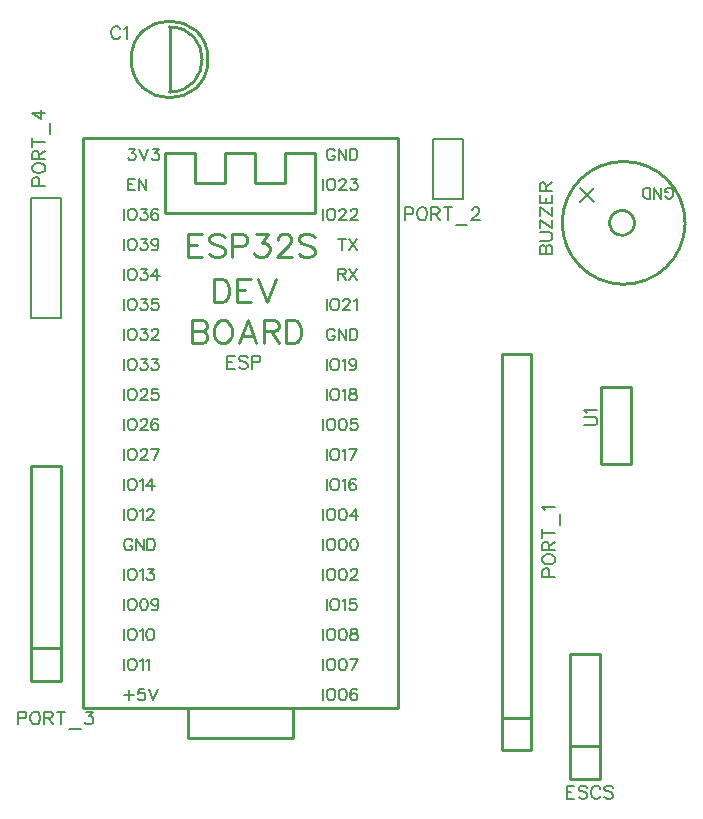
<source format=gto>
G04 Layer: TopSilkscreenLayer*
G04 EasyEDA v6.5.23, 2023-06-13 11:48:38*
G04 e563b856323e489fb497cbcb29ae2dd2,10*
G04 Gerber Generator version 0.2*
G04 Scale: 100 percent, Rotated: No, Reflected: No *
G04 Dimensions in millimeters *
G04 leading zeros omitted , absolute positions ,4 integer and 5 decimal *
%FSLAX45Y45*%
%MOMM*%

%ADD10C,0.1524*%
%ADD11C,0.2032*%
%ADD12C,0.1500*%
%ADD13C,0.1270*%
%ADD14C,0.2540*%
%ADD15C,0.2030*%
%ADD16C,0.0109*%

%LPD*%
D10*
X4812284Y3505200D02*
G01*
X4890261Y3505200D01*
X4905756Y3510279D01*
X4916170Y3520694D01*
X4921250Y3536442D01*
X4921250Y3546855D01*
X4916170Y3562350D01*
X4905756Y3572763D01*
X4890261Y3577844D01*
X4812284Y3577844D01*
X4833111Y3612134D02*
G01*
X4827777Y3622547D01*
X4812284Y3638295D01*
X4921250Y3638295D01*
X4432045Y4959095D02*
G01*
X4541011Y4959095D01*
X4432045Y4959095D02*
G01*
X4432045Y5005831D01*
X4437125Y5021326D01*
X4442459Y5026660D01*
X4452874Y5031739D01*
X4463288Y5031739D01*
X4473702Y5026660D01*
X4478781Y5021326D01*
X4483861Y5005831D01*
X4483861Y4959095D02*
G01*
X4483861Y5005831D01*
X4489195Y5021326D01*
X4494275Y5026660D01*
X4504690Y5031739D01*
X4520438Y5031739D01*
X4530852Y5026660D01*
X4535931Y5021326D01*
X4541011Y5005831D01*
X4541011Y4959095D01*
X4432045Y5066029D02*
G01*
X4510024Y5066029D01*
X4525518Y5071363D01*
X4535931Y5081778D01*
X4541011Y5097271D01*
X4541011Y5107686D01*
X4535931Y5123179D01*
X4525518Y5133594D01*
X4510024Y5138928D01*
X4432045Y5138928D01*
X4432045Y5245862D02*
G01*
X4541011Y5173218D01*
X4432045Y5173218D02*
G01*
X4432045Y5245862D01*
X4541011Y5173218D02*
G01*
X4541011Y5245862D01*
X4432045Y5352795D02*
G01*
X4541011Y5280152D01*
X4432045Y5280152D02*
G01*
X4432045Y5352795D01*
X4541011Y5280152D02*
G01*
X4541011Y5352795D01*
X4432045Y5387086D02*
G01*
X4541011Y5387086D01*
X4432045Y5387086D02*
G01*
X4432045Y5454650D01*
X4483861Y5387086D02*
G01*
X4483861Y5428742D01*
X4541011Y5387086D02*
G01*
X4541011Y5454650D01*
X4432045Y5488939D02*
G01*
X4541011Y5488939D01*
X4432045Y5488939D02*
G01*
X4432045Y5535676D01*
X4437125Y5551423D01*
X4442459Y5556504D01*
X4452874Y5561837D01*
X4463288Y5561837D01*
X4473702Y5556504D01*
X4478781Y5551423D01*
X4483861Y5535676D01*
X4483861Y5488939D01*
X4483861Y5525515D02*
G01*
X4541011Y5561837D01*
D11*
X4772065Y5518094D02*
G01*
X4889527Y5400634D01*
X4772065Y5400634D02*
G01*
X4889708Y5518274D01*
D12*
X5494527Y5446268D02*
G01*
X5498845Y5437123D01*
X5507990Y5428234D01*
X5517134Y5423662D01*
X5535422Y5423662D01*
X5544311Y5428234D01*
X5553456Y5437123D01*
X5558027Y5446268D01*
X5562600Y5459984D01*
X5562600Y5482589D01*
X5558027Y5496305D01*
X5553456Y5505450D01*
X5544311Y5514594D01*
X5535422Y5519165D01*
X5517134Y5519165D01*
X5507990Y5514594D01*
X5498845Y5505450D01*
X5494527Y5496305D01*
X5494527Y5482589D01*
X5517134Y5482589D02*
G01*
X5494527Y5482589D01*
X5464302Y5423662D02*
G01*
X5464302Y5519165D01*
X5464302Y5423662D02*
G01*
X5400802Y5519165D01*
X5400802Y5423662D02*
G01*
X5400802Y5519165D01*
X5370829Y5423662D02*
G01*
X5370829Y5519165D01*
X5370829Y5423662D02*
G01*
X5339079Y5423662D01*
X5325363Y5428234D01*
X5316220Y5437123D01*
X5311647Y5446268D01*
X5307075Y5459984D01*
X5307075Y5482589D01*
X5311647Y5496305D01*
X5316220Y5505450D01*
X5325363Y5514594D01*
X5339079Y5519165D01*
X5370829Y5519165D01*
D10*
X1785696Y4095508D02*
G01*
X1785696Y3986542D01*
X1785696Y4095508D02*
G01*
X1853260Y4095508D01*
X1785696Y4043692D02*
G01*
X1827352Y4043692D01*
X1785696Y3986542D02*
G01*
X1853260Y3986542D01*
X1960194Y4080014D02*
G01*
X1949780Y4090428D01*
X1934286Y4095508D01*
X1913458Y4095508D01*
X1897964Y4090428D01*
X1887550Y4080014D01*
X1887550Y4069600D01*
X1892630Y4059186D01*
X1897964Y4053852D01*
X1908378Y4048772D01*
X1939366Y4038358D01*
X1949780Y4033278D01*
X1955114Y4027944D01*
X1960194Y4017530D01*
X1960194Y4002036D01*
X1949780Y3991622D01*
X1934286Y3986542D01*
X1913458Y3986542D01*
X1897964Y3991622D01*
X1887550Y4002036D01*
X1994484Y4095508D02*
G01*
X1994484Y3986542D01*
X1994484Y4095508D02*
G01*
X2041220Y4095508D01*
X2056968Y4090428D01*
X2062048Y4085094D01*
X2067382Y4074680D01*
X2067382Y4059186D01*
X2062048Y4048772D01*
X2056968Y4043692D01*
X2041220Y4038358D01*
X1994484Y4038358D01*
D13*
X956640Y5848108D02*
G01*
X1007440Y5848108D01*
X979754Y5811024D01*
X993724Y5811024D01*
X1002868Y5806452D01*
X1007440Y5801880D01*
X1012266Y5787910D01*
X1012266Y5778766D01*
X1007440Y5764796D01*
X998296Y5755652D01*
X984326Y5751080D01*
X970610Y5751080D01*
X956640Y5755652D01*
X952068Y5760224D01*
X947496Y5769622D01*
X1042746Y5848108D02*
G01*
X1079576Y5751080D01*
X1116406Y5848108D02*
G01*
X1079576Y5751080D01*
X1156284Y5848108D02*
G01*
X1207084Y5848108D01*
X1179398Y5811024D01*
X1193114Y5811024D01*
X1202512Y5806452D01*
X1207084Y5801880D01*
X1211656Y5787910D01*
X1211656Y5778766D01*
X1207084Y5764796D01*
X1197686Y5755652D01*
X1183970Y5751080D01*
X1170000Y5751080D01*
X1156284Y5755652D01*
X1151712Y5760224D01*
X1146886Y5769622D01*
X947496Y5594108D02*
G01*
X947496Y5497080D01*
X947496Y5594108D02*
G01*
X1007440Y5594108D01*
X947496Y5547880D02*
G01*
X984326Y5547880D01*
X947496Y5497080D02*
G01*
X1007440Y5497080D01*
X1037920Y5594108D02*
G01*
X1037920Y5497080D01*
X1037920Y5594108D02*
G01*
X1102690Y5497080D01*
X1102690Y5594108D02*
G01*
X1102690Y5497080D01*
X915746Y5340108D02*
G01*
X915746Y5243080D01*
X973912Y5340108D02*
G01*
X964768Y5335282D01*
X955370Y5326138D01*
X950798Y5316994D01*
X946226Y5303024D01*
X946226Y5279910D01*
X950798Y5266194D01*
X955370Y5256796D01*
X964768Y5247652D01*
X973912Y5243080D01*
X992454Y5243080D01*
X1001598Y5247652D01*
X1010996Y5256796D01*
X1015568Y5266194D01*
X1020140Y5279910D01*
X1020140Y5303024D01*
X1015568Y5316994D01*
X1010996Y5326138D01*
X1001598Y5335282D01*
X992454Y5340108D01*
X973912Y5340108D01*
X1059764Y5340108D02*
G01*
X1110564Y5340108D01*
X1082878Y5303024D01*
X1096848Y5303024D01*
X1105992Y5298452D01*
X1110564Y5293880D01*
X1115136Y5279910D01*
X1115136Y5270766D01*
X1110564Y5256796D01*
X1101420Y5247652D01*
X1087450Y5243080D01*
X1073734Y5243080D01*
X1059764Y5247652D01*
X1055192Y5252224D01*
X1050620Y5261622D01*
X1201242Y5326138D02*
G01*
X1196416Y5335282D01*
X1182700Y5340108D01*
X1173556Y5340108D01*
X1159586Y5335282D01*
X1150442Y5321566D01*
X1145616Y5298452D01*
X1145616Y5275338D01*
X1150442Y5256796D01*
X1159586Y5247652D01*
X1173556Y5243080D01*
X1178128Y5243080D01*
X1191844Y5247652D01*
X1201242Y5256796D01*
X1205814Y5270766D01*
X1205814Y5275338D01*
X1201242Y5289308D01*
X1191844Y5298452D01*
X1178128Y5303024D01*
X1173556Y5303024D01*
X1159586Y5298452D01*
X1150442Y5289308D01*
X1145616Y5275338D01*
X915746Y4578108D02*
G01*
X915746Y4481080D01*
X973912Y4578108D02*
G01*
X964768Y4573282D01*
X955370Y4564138D01*
X950798Y4554994D01*
X946226Y4541024D01*
X946226Y4517910D01*
X950798Y4504194D01*
X955370Y4494796D01*
X964768Y4485652D01*
X973912Y4481080D01*
X992454Y4481080D01*
X1001598Y4485652D01*
X1010996Y4494796D01*
X1015568Y4504194D01*
X1020140Y4517910D01*
X1020140Y4541024D01*
X1015568Y4554994D01*
X1010996Y4564138D01*
X1001598Y4573282D01*
X992454Y4578108D01*
X973912Y4578108D01*
X1059764Y4578108D02*
G01*
X1110564Y4578108D01*
X1082878Y4541024D01*
X1096848Y4541024D01*
X1105992Y4536452D01*
X1110564Y4531880D01*
X1115136Y4517910D01*
X1115136Y4508766D01*
X1110564Y4494796D01*
X1101420Y4485652D01*
X1087450Y4481080D01*
X1073734Y4481080D01*
X1059764Y4485652D01*
X1055192Y4490224D01*
X1050620Y4499622D01*
X1201242Y4578108D02*
G01*
X1155014Y4578108D01*
X1150442Y4536452D01*
X1155014Y4541024D01*
X1168730Y4545596D01*
X1182700Y4545596D01*
X1196416Y4541024D01*
X1205814Y4531880D01*
X1210386Y4517910D01*
X1210386Y4508766D01*
X1205814Y4494796D01*
X1196416Y4485652D01*
X1182700Y4481080D01*
X1168730Y4481080D01*
X1155014Y4485652D01*
X1150442Y4490224D01*
X1145616Y4499622D01*
X915746Y4832108D02*
G01*
X915746Y4735080D01*
X973912Y4832108D02*
G01*
X964768Y4827282D01*
X955370Y4818138D01*
X950798Y4808994D01*
X946226Y4795024D01*
X946226Y4771910D01*
X950798Y4758194D01*
X955370Y4748796D01*
X964768Y4739652D01*
X973912Y4735080D01*
X992454Y4735080D01*
X1001598Y4739652D01*
X1010996Y4748796D01*
X1015568Y4758194D01*
X1020140Y4771910D01*
X1020140Y4795024D01*
X1015568Y4808994D01*
X1010996Y4818138D01*
X1001598Y4827282D01*
X992454Y4832108D01*
X973912Y4832108D01*
X1059764Y4832108D02*
G01*
X1110564Y4832108D01*
X1082878Y4795024D01*
X1096848Y4795024D01*
X1105992Y4790452D01*
X1110564Y4785880D01*
X1115136Y4771910D01*
X1115136Y4762766D01*
X1110564Y4748796D01*
X1101420Y4739652D01*
X1087450Y4735080D01*
X1073734Y4735080D01*
X1059764Y4739652D01*
X1055192Y4744224D01*
X1050620Y4753622D01*
X1191844Y4832108D02*
G01*
X1145616Y4767338D01*
X1214958Y4767338D01*
X1191844Y4832108D02*
G01*
X1191844Y4735080D01*
X915746Y5086108D02*
G01*
X915746Y4989080D01*
X973912Y5086108D02*
G01*
X964768Y5081282D01*
X955370Y5072138D01*
X950798Y5062994D01*
X946226Y5049024D01*
X946226Y5025910D01*
X950798Y5012194D01*
X955370Y5002796D01*
X964768Y4993652D01*
X973912Y4989080D01*
X992454Y4989080D01*
X1001598Y4993652D01*
X1010996Y5002796D01*
X1015568Y5012194D01*
X1020140Y5025910D01*
X1020140Y5049024D01*
X1015568Y5062994D01*
X1010996Y5072138D01*
X1001598Y5081282D01*
X992454Y5086108D01*
X973912Y5086108D01*
X1059764Y5086108D02*
G01*
X1110564Y5086108D01*
X1082878Y5049024D01*
X1096848Y5049024D01*
X1105992Y5044452D01*
X1110564Y5039880D01*
X1115136Y5025910D01*
X1115136Y5016766D01*
X1110564Y5002796D01*
X1101420Y4993652D01*
X1087450Y4989080D01*
X1073734Y4989080D01*
X1059764Y4993652D01*
X1055192Y4998224D01*
X1050620Y5007622D01*
X1205814Y5053596D02*
G01*
X1201242Y5039880D01*
X1191844Y5030482D01*
X1178128Y5025910D01*
X1173556Y5025910D01*
X1159586Y5030482D01*
X1150442Y5039880D01*
X1145616Y5053596D01*
X1145616Y5058422D01*
X1150442Y5072138D01*
X1159586Y5081282D01*
X1173556Y5086108D01*
X1178128Y5086108D01*
X1191844Y5081282D01*
X1201242Y5072138D01*
X1205814Y5053596D01*
X1205814Y5030482D01*
X1201242Y5007622D01*
X1191844Y4993652D01*
X1178128Y4989080D01*
X1168730Y4989080D01*
X1155014Y4993652D01*
X1150442Y5002796D01*
X915746Y3562108D02*
G01*
X915746Y3465080D01*
X973912Y3562108D02*
G01*
X964768Y3557282D01*
X955370Y3548138D01*
X950798Y3538994D01*
X946226Y3525024D01*
X946226Y3501910D01*
X950798Y3488194D01*
X955370Y3478796D01*
X964768Y3469652D01*
X973912Y3465080D01*
X992454Y3465080D01*
X1001598Y3469652D01*
X1010996Y3478796D01*
X1015568Y3488194D01*
X1020140Y3501910D01*
X1020140Y3525024D01*
X1015568Y3538994D01*
X1010996Y3548138D01*
X1001598Y3557282D01*
X992454Y3562108D01*
X973912Y3562108D01*
X1055192Y3538994D02*
G01*
X1055192Y3543566D01*
X1059764Y3552710D01*
X1064336Y3557282D01*
X1073734Y3562108D01*
X1092276Y3562108D01*
X1101420Y3557282D01*
X1105992Y3552710D01*
X1110564Y3543566D01*
X1110564Y3534422D01*
X1105992Y3525024D01*
X1096848Y3511308D01*
X1050620Y3465080D01*
X1115136Y3465080D01*
X1201242Y3548138D02*
G01*
X1196416Y3557282D01*
X1182700Y3562108D01*
X1173556Y3562108D01*
X1159586Y3557282D01*
X1150442Y3543566D01*
X1145616Y3520452D01*
X1145616Y3497338D01*
X1150442Y3478796D01*
X1159586Y3469652D01*
X1173556Y3465080D01*
X1178128Y3465080D01*
X1191844Y3469652D01*
X1201242Y3478796D01*
X1205814Y3492766D01*
X1205814Y3497338D01*
X1201242Y3511308D01*
X1191844Y3520452D01*
X1178128Y3525024D01*
X1173556Y3525024D01*
X1159586Y3520452D01*
X1150442Y3511308D01*
X1145616Y3497338D01*
X915746Y3308108D02*
G01*
X915746Y3211080D01*
X973912Y3308108D02*
G01*
X964768Y3303282D01*
X955370Y3294138D01*
X950798Y3284994D01*
X946226Y3271024D01*
X946226Y3247910D01*
X950798Y3234194D01*
X955370Y3224796D01*
X964768Y3215652D01*
X973912Y3211080D01*
X992454Y3211080D01*
X1001598Y3215652D01*
X1010996Y3224796D01*
X1015568Y3234194D01*
X1020140Y3247910D01*
X1020140Y3271024D01*
X1015568Y3284994D01*
X1010996Y3294138D01*
X1001598Y3303282D01*
X992454Y3308108D01*
X973912Y3308108D01*
X1055192Y3284994D02*
G01*
X1055192Y3289566D01*
X1059764Y3298710D01*
X1064336Y3303282D01*
X1073734Y3308108D01*
X1092276Y3308108D01*
X1101420Y3303282D01*
X1105992Y3298710D01*
X1110564Y3289566D01*
X1110564Y3280422D01*
X1105992Y3271024D01*
X1096848Y3257308D01*
X1050620Y3211080D01*
X1115136Y3211080D01*
X1210386Y3308108D02*
G01*
X1164158Y3211080D01*
X1145616Y3308108D02*
G01*
X1210386Y3308108D01*
X915746Y3054108D02*
G01*
X915746Y2957080D01*
X973912Y3054108D02*
G01*
X964768Y3049282D01*
X955370Y3040138D01*
X950798Y3030994D01*
X946226Y3017024D01*
X946226Y2993910D01*
X950798Y2980194D01*
X955370Y2970796D01*
X964768Y2961652D01*
X973912Y2957080D01*
X992454Y2957080D01*
X1001598Y2961652D01*
X1010996Y2970796D01*
X1015568Y2980194D01*
X1020140Y2993910D01*
X1020140Y3017024D01*
X1015568Y3030994D01*
X1010996Y3040138D01*
X1001598Y3049282D01*
X992454Y3054108D01*
X973912Y3054108D01*
X1050620Y3035566D02*
G01*
X1059764Y3040138D01*
X1073734Y3054108D01*
X1073734Y2957080D01*
X1150442Y3054108D02*
G01*
X1104214Y2989338D01*
X1173556Y2989338D01*
X1150442Y3054108D02*
G01*
X1150442Y2957080D01*
X915746Y3816108D02*
G01*
X915746Y3719080D01*
X973912Y3816108D02*
G01*
X964768Y3811282D01*
X955370Y3802138D01*
X950798Y3792994D01*
X946226Y3779024D01*
X946226Y3755910D01*
X950798Y3742194D01*
X955370Y3732796D01*
X964768Y3723652D01*
X973912Y3719080D01*
X992454Y3719080D01*
X1001598Y3723652D01*
X1010996Y3732796D01*
X1015568Y3742194D01*
X1020140Y3755910D01*
X1020140Y3779024D01*
X1015568Y3792994D01*
X1010996Y3802138D01*
X1001598Y3811282D01*
X992454Y3816108D01*
X973912Y3816108D01*
X1055192Y3792994D02*
G01*
X1055192Y3797566D01*
X1059764Y3806710D01*
X1064336Y3811282D01*
X1073734Y3816108D01*
X1092276Y3816108D01*
X1101420Y3811282D01*
X1105992Y3806710D01*
X1110564Y3797566D01*
X1110564Y3788422D01*
X1105992Y3779024D01*
X1096848Y3765308D01*
X1050620Y3719080D01*
X1115136Y3719080D01*
X1201242Y3816108D02*
G01*
X1155014Y3816108D01*
X1150442Y3774452D01*
X1155014Y3779024D01*
X1168730Y3783596D01*
X1182700Y3783596D01*
X1196416Y3779024D01*
X1205814Y3769880D01*
X1210386Y3755910D01*
X1210386Y3746766D01*
X1205814Y3732796D01*
X1196416Y3723652D01*
X1182700Y3719080D01*
X1168730Y3719080D01*
X1155014Y3723652D01*
X1150442Y3728224D01*
X1145616Y3737622D01*
X915746Y4070108D02*
G01*
X915746Y3973080D01*
X973912Y4070108D02*
G01*
X964768Y4065282D01*
X955370Y4056138D01*
X950798Y4046994D01*
X946226Y4033024D01*
X946226Y4009910D01*
X950798Y3996194D01*
X955370Y3986796D01*
X964768Y3977652D01*
X973912Y3973080D01*
X992454Y3973080D01*
X1001598Y3977652D01*
X1010996Y3986796D01*
X1015568Y3996194D01*
X1020140Y4009910D01*
X1020140Y4033024D01*
X1015568Y4046994D01*
X1010996Y4056138D01*
X1001598Y4065282D01*
X992454Y4070108D01*
X973912Y4070108D01*
X1059764Y4070108D02*
G01*
X1110564Y4070108D01*
X1082878Y4033024D01*
X1096848Y4033024D01*
X1105992Y4028452D01*
X1110564Y4023880D01*
X1115136Y4009910D01*
X1115136Y4000766D01*
X1110564Y3986796D01*
X1101420Y3977652D01*
X1087450Y3973080D01*
X1073734Y3973080D01*
X1059764Y3977652D01*
X1055192Y3982224D01*
X1050620Y3991622D01*
X1155014Y4070108D02*
G01*
X1205814Y4070108D01*
X1178128Y4033024D01*
X1191844Y4033024D01*
X1201242Y4028452D01*
X1205814Y4023880D01*
X1210386Y4009910D01*
X1210386Y4000766D01*
X1205814Y3986796D01*
X1196416Y3977652D01*
X1182700Y3973080D01*
X1168730Y3973080D01*
X1155014Y3977652D01*
X1150442Y3982224D01*
X1145616Y3991622D01*
X915746Y4324108D02*
G01*
X915746Y4227080D01*
X973912Y4324108D02*
G01*
X964768Y4319282D01*
X955370Y4310138D01*
X950798Y4300994D01*
X946226Y4287024D01*
X946226Y4263910D01*
X950798Y4250194D01*
X955370Y4240796D01*
X964768Y4231652D01*
X973912Y4227080D01*
X992454Y4227080D01*
X1001598Y4231652D01*
X1010996Y4240796D01*
X1015568Y4250194D01*
X1020140Y4263910D01*
X1020140Y4287024D01*
X1015568Y4300994D01*
X1010996Y4310138D01*
X1001598Y4319282D01*
X992454Y4324108D01*
X973912Y4324108D01*
X1059764Y4324108D02*
G01*
X1110564Y4324108D01*
X1082878Y4287024D01*
X1096848Y4287024D01*
X1105992Y4282452D01*
X1110564Y4277880D01*
X1115136Y4263910D01*
X1115136Y4254766D01*
X1110564Y4240796D01*
X1101420Y4231652D01*
X1087450Y4227080D01*
X1073734Y4227080D01*
X1059764Y4231652D01*
X1055192Y4236224D01*
X1050620Y4245622D01*
X1150442Y4300994D02*
G01*
X1150442Y4305566D01*
X1155014Y4314710D01*
X1159586Y4319282D01*
X1168730Y4324108D01*
X1187272Y4324108D01*
X1196416Y4319282D01*
X1201242Y4314710D01*
X1205814Y4305566D01*
X1205814Y4296422D01*
X1201242Y4287024D01*
X1191844Y4273308D01*
X1145616Y4227080D01*
X1210386Y4227080D01*
X915746Y2038108D02*
G01*
X915746Y1941080D01*
X973912Y2038108D02*
G01*
X964768Y2033282D01*
X955370Y2024138D01*
X950798Y2014994D01*
X946226Y2001024D01*
X946226Y1977910D01*
X950798Y1964194D01*
X955370Y1954796D01*
X964768Y1945652D01*
X973912Y1941080D01*
X992454Y1941080D01*
X1001598Y1945652D01*
X1010996Y1954796D01*
X1015568Y1964194D01*
X1020140Y1977910D01*
X1020140Y2001024D01*
X1015568Y2014994D01*
X1010996Y2024138D01*
X1001598Y2033282D01*
X992454Y2038108D01*
X973912Y2038108D01*
X1078306Y2038108D02*
G01*
X1064336Y2033282D01*
X1055192Y2019566D01*
X1050620Y1996452D01*
X1050620Y1982482D01*
X1055192Y1959622D01*
X1064336Y1945652D01*
X1078306Y1941080D01*
X1087450Y1941080D01*
X1101420Y1945652D01*
X1110564Y1959622D01*
X1115136Y1982482D01*
X1115136Y1996452D01*
X1110564Y2019566D01*
X1101420Y2033282D01*
X1087450Y2038108D01*
X1078306Y2038108D01*
X1205814Y2005596D02*
G01*
X1201242Y1991880D01*
X1191844Y1982482D01*
X1178128Y1977910D01*
X1173556Y1977910D01*
X1159586Y1982482D01*
X1150442Y1991880D01*
X1145616Y2005596D01*
X1145616Y2010422D01*
X1150442Y2024138D01*
X1159586Y2033282D01*
X1173556Y2038108D01*
X1178128Y2038108D01*
X1191844Y2033282D01*
X1201242Y2024138D01*
X1205814Y2005596D01*
X1205814Y1982482D01*
X1201242Y1959622D01*
X1191844Y1945652D01*
X1178128Y1941080D01*
X1168730Y1941080D01*
X1155014Y1945652D01*
X1150442Y1954796D01*
X915746Y1784108D02*
G01*
X915746Y1687080D01*
X973912Y1784108D02*
G01*
X964768Y1779282D01*
X955370Y1770138D01*
X950798Y1760994D01*
X946226Y1747024D01*
X946226Y1723910D01*
X950798Y1710194D01*
X955370Y1700796D01*
X964768Y1691652D01*
X973912Y1687080D01*
X992454Y1687080D01*
X1001598Y1691652D01*
X1010996Y1700796D01*
X1015568Y1710194D01*
X1020140Y1723910D01*
X1020140Y1747024D01*
X1015568Y1760994D01*
X1010996Y1770138D01*
X1001598Y1779282D01*
X992454Y1784108D01*
X973912Y1784108D01*
X1050620Y1765566D02*
G01*
X1059764Y1770138D01*
X1073734Y1784108D01*
X1073734Y1687080D01*
X1131900Y1784108D02*
G01*
X1117930Y1779282D01*
X1108786Y1765566D01*
X1104214Y1742452D01*
X1104214Y1728482D01*
X1108786Y1705622D01*
X1117930Y1691652D01*
X1131900Y1687080D01*
X1141044Y1687080D01*
X1155014Y1691652D01*
X1164158Y1705622D01*
X1168730Y1728482D01*
X1168730Y1742452D01*
X1164158Y1765566D01*
X1155014Y1779282D01*
X1141044Y1784108D01*
X1131900Y1784108D01*
X915746Y1530108D02*
G01*
X915746Y1433080D01*
X973912Y1530108D02*
G01*
X964768Y1525282D01*
X955370Y1516138D01*
X950798Y1506994D01*
X946226Y1493024D01*
X946226Y1469910D01*
X950798Y1456194D01*
X955370Y1446796D01*
X964768Y1437652D01*
X973912Y1433080D01*
X992454Y1433080D01*
X1001598Y1437652D01*
X1010996Y1446796D01*
X1015568Y1456194D01*
X1020140Y1469910D01*
X1020140Y1493024D01*
X1015568Y1506994D01*
X1010996Y1516138D01*
X1001598Y1525282D01*
X992454Y1530108D01*
X973912Y1530108D01*
X1050620Y1511566D02*
G01*
X1059764Y1516138D01*
X1073734Y1530108D01*
X1073734Y1433080D01*
X1104214Y1511566D02*
G01*
X1113358Y1516138D01*
X1127328Y1530108D01*
X1127328Y1433080D01*
X915746Y2292108D02*
G01*
X915746Y2195080D01*
X973912Y2292108D02*
G01*
X964768Y2287282D01*
X955370Y2278138D01*
X950798Y2268994D01*
X946226Y2255024D01*
X946226Y2231910D01*
X950798Y2218194D01*
X955370Y2208796D01*
X964768Y2199652D01*
X973912Y2195080D01*
X992454Y2195080D01*
X1001598Y2199652D01*
X1010996Y2208796D01*
X1015568Y2218194D01*
X1020140Y2231910D01*
X1020140Y2255024D01*
X1015568Y2268994D01*
X1010996Y2278138D01*
X1001598Y2287282D01*
X992454Y2292108D01*
X973912Y2292108D01*
X1050620Y2273566D02*
G01*
X1059764Y2278138D01*
X1073734Y2292108D01*
X1073734Y2195080D01*
X1113358Y2292108D02*
G01*
X1164158Y2292108D01*
X1136472Y2255024D01*
X1150442Y2255024D01*
X1159586Y2250452D01*
X1164158Y2245880D01*
X1168730Y2231910D01*
X1168730Y2222766D01*
X1164158Y2208796D01*
X1155014Y2199652D01*
X1141044Y2195080D01*
X1127328Y2195080D01*
X1113358Y2199652D01*
X1108786Y2204224D01*
X1104214Y2213622D01*
X985088Y2522994D02*
G01*
X980516Y2532138D01*
X971118Y2541282D01*
X961974Y2546108D01*
X943432Y2546108D01*
X934288Y2541282D01*
X924890Y2532138D01*
X920318Y2522994D01*
X915746Y2509024D01*
X915746Y2485910D01*
X920318Y2472194D01*
X924890Y2462796D01*
X934288Y2453652D01*
X943432Y2449080D01*
X961974Y2449080D01*
X971118Y2453652D01*
X980516Y2462796D01*
X985088Y2472194D01*
X985088Y2485910D01*
X961974Y2485910D02*
G01*
X985088Y2485910D01*
X1015568Y2546108D02*
G01*
X1015568Y2449080D01*
X1015568Y2546108D02*
G01*
X1080084Y2449080D01*
X1080084Y2546108D02*
G01*
X1080084Y2449080D01*
X1110564Y2546108D02*
G01*
X1110564Y2449080D01*
X1110564Y2546108D02*
G01*
X1143076Y2546108D01*
X1156792Y2541282D01*
X1165936Y2532138D01*
X1170762Y2522994D01*
X1175334Y2509024D01*
X1175334Y2485910D01*
X1170762Y2472194D01*
X1165936Y2462796D01*
X1156792Y2453652D01*
X1143076Y2449080D01*
X1110564Y2449080D01*
X915746Y2800108D02*
G01*
X915746Y2703080D01*
X973912Y2800108D02*
G01*
X964768Y2795282D01*
X955370Y2786138D01*
X950798Y2776994D01*
X946226Y2763024D01*
X946226Y2739910D01*
X950798Y2726194D01*
X955370Y2716796D01*
X964768Y2707652D01*
X973912Y2703080D01*
X992454Y2703080D01*
X1001598Y2707652D01*
X1010996Y2716796D01*
X1015568Y2726194D01*
X1020140Y2739910D01*
X1020140Y2763024D01*
X1015568Y2776994D01*
X1010996Y2786138D01*
X1001598Y2795282D01*
X992454Y2800108D01*
X973912Y2800108D01*
X1050620Y2781566D02*
G01*
X1059764Y2786138D01*
X1073734Y2800108D01*
X1073734Y2703080D01*
X1108786Y2776994D02*
G01*
X1108786Y2781566D01*
X1113358Y2790710D01*
X1117930Y2795282D01*
X1127328Y2800108D01*
X1145616Y2800108D01*
X1155014Y2795282D01*
X1159586Y2790710D01*
X1164158Y2781566D01*
X1164158Y2772422D01*
X1159586Y2763024D01*
X1150442Y2749308D01*
X1104214Y2703080D01*
X1168730Y2703080D01*
X957402Y1262138D02*
G01*
X957402Y1179080D01*
X915746Y1220482D02*
G01*
X998804Y1220482D01*
X1084656Y1276108D02*
G01*
X1038682Y1276108D01*
X1033856Y1234452D01*
X1038682Y1239024D01*
X1052398Y1243596D01*
X1066368Y1243596D01*
X1080084Y1239024D01*
X1089482Y1229880D01*
X1094054Y1215910D01*
X1094054Y1206766D01*
X1089482Y1192796D01*
X1080084Y1183652D01*
X1066368Y1179080D01*
X1052398Y1179080D01*
X1038682Y1183652D01*
X1033856Y1188224D01*
X1029284Y1197622D01*
X1124534Y1276108D02*
G01*
X1161364Y1179080D01*
X1198448Y1276108D02*
G01*
X1161364Y1179080D01*
X2757754Y5086108D02*
G01*
X2757754Y4989080D01*
X2725496Y5086108D02*
G01*
X2790266Y5086108D01*
X2820746Y5086108D02*
G01*
X2885262Y4989080D01*
X2885262Y5086108D02*
G01*
X2820746Y4989080D01*
X2725496Y4832108D02*
G01*
X2725496Y4735080D01*
X2725496Y4832108D02*
G01*
X2767152Y4832108D01*
X2780868Y4827282D01*
X2785440Y4822710D01*
X2790266Y4813566D01*
X2790266Y4804422D01*
X2785440Y4795024D01*
X2780868Y4790452D01*
X2767152Y4785880D01*
X2725496Y4785880D01*
X2757754Y4785880D02*
G01*
X2790266Y4735080D01*
X2820746Y4832108D02*
G01*
X2885262Y4735080D01*
X2885262Y4832108D02*
G01*
X2820746Y4735080D01*
X2630246Y4578108D02*
G01*
X2630246Y4481080D01*
X2688412Y4578108D02*
G01*
X2679268Y4573282D01*
X2669870Y4564138D01*
X2665298Y4554994D01*
X2660726Y4541024D01*
X2660726Y4517910D01*
X2665298Y4504194D01*
X2669870Y4494796D01*
X2679268Y4485652D01*
X2688412Y4481080D01*
X2706954Y4481080D01*
X2716098Y4485652D01*
X2725496Y4494796D01*
X2730068Y4504194D01*
X2734640Y4517910D01*
X2734640Y4541024D01*
X2730068Y4554994D01*
X2725496Y4564138D01*
X2716098Y4573282D01*
X2706954Y4578108D01*
X2688412Y4578108D01*
X2769692Y4554994D02*
G01*
X2769692Y4559566D01*
X2774264Y4568710D01*
X2778836Y4573282D01*
X2788234Y4578108D01*
X2806776Y4578108D01*
X2815920Y4573282D01*
X2820492Y4568710D01*
X2825064Y4559566D01*
X2825064Y4550422D01*
X2820492Y4541024D01*
X2811348Y4527308D01*
X2765120Y4481080D01*
X2829636Y4481080D01*
X2860116Y4559566D02*
G01*
X2869514Y4564138D01*
X2883230Y4578108D01*
X2883230Y4481080D01*
X2598496Y5340108D02*
G01*
X2598496Y5243080D01*
X2656662Y5340108D02*
G01*
X2647518Y5335282D01*
X2638120Y5326138D01*
X2633548Y5316994D01*
X2628976Y5303024D01*
X2628976Y5279910D01*
X2633548Y5266194D01*
X2638120Y5256796D01*
X2647518Y5247652D01*
X2656662Y5243080D01*
X2675204Y5243080D01*
X2684348Y5247652D01*
X2693746Y5256796D01*
X2698318Y5266194D01*
X2702890Y5279910D01*
X2702890Y5303024D01*
X2698318Y5316994D01*
X2693746Y5326138D01*
X2684348Y5335282D01*
X2675204Y5340108D01*
X2656662Y5340108D01*
X2737942Y5316994D02*
G01*
X2737942Y5321566D01*
X2742514Y5330710D01*
X2747086Y5335282D01*
X2756484Y5340108D01*
X2775026Y5340108D01*
X2784170Y5335282D01*
X2788742Y5330710D01*
X2793314Y5321566D01*
X2793314Y5312422D01*
X2788742Y5303024D01*
X2779598Y5289308D01*
X2733370Y5243080D01*
X2797886Y5243080D01*
X2833192Y5316994D02*
G01*
X2833192Y5321566D01*
X2837764Y5330710D01*
X2842336Y5335282D01*
X2851480Y5340108D01*
X2870022Y5340108D01*
X2879166Y5335282D01*
X2883992Y5330710D01*
X2888564Y5321566D01*
X2888564Y5312422D01*
X2883992Y5303024D01*
X2874594Y5289308D01*
X2828366Y5243080D01*
X2893136Y5243080D01*
X2598496Y5594108D02*
G01*
X2598496Y5497080D01*
X2656662Y5594108D02*
G01*
X2647518Y5589282D01*
X2638120Y5580138D01*
X2633548Y5570994D01*
X2628976Y5557024D01*
X2628976Y5533910D01*
X2633548Y5520194D01*
X2638120Y5510796D01*
X2647518Y5501652D01*
X2656662Y5497080D01*
X2675204Y5497080D01*
X2684348Y5501652D01*
X2693746Y5510796D01*
X2698318Y5520194D01*
X2702890Y5533910D01*
X2702890Y5557024D01*
X2698318Y5570994D01*
X2693746Y5580138D01*
X2684348Y5589282D01*
X2675204Y5594108D01*
X2656662Y5594108D01*
X2737942Y5570994D02*
G01*
X2737942Y5575566D01*
X2742514Y5584710D01*
X2747086Y5589282D01*
X2756484Y5594108D01*
X2775026Y5594108D01*
X2784170Y5589282D01*
X2788742Y5584710D01*
X2793314Y5575566D01*
X2793314Y5566422D01*
X2788742Y5557024D01*
X2779598Y5543308D01*
X2733370Y5497080D01*
X2797886Y5497080D01*
X2837764Y5594108D02*
G01*
X2888564Y5594108D01*
X2860878Y5557024D01*
X2874594Y5557024D01*
X2883992Y5552452D01*
X2888564Y5547880D01*
X2893136Y5533910D01*
X2893136Y5524766D01*
X2888564Y5510796D01*
X2879166Y5501652D01*
X2865450Y5497080D01*
X2851480Y5497080D01*
X2837764Y5501652D01*
X2833192Y5506224D01*
X2828366Y5515622D01*
X2699588Y5824994D02*
G01*
X2695016Y5834138D01*
X2685618Y5843282D01*
X2676474Y5848108D01*
X2657932Y5848108D01*
X2648788Y5843282D01*
X2639390Y5834138D01*
X2634818Y5824994D01*
X2630246Y5811024D01*
X2630246Y5787910D01*
X2634818Y5774194D01*
X2639390Y5764796D01*
X2648788Y5755652D01*
X2657932Y5751080D01*
X2676474Y5751080D01*
X2685618Y5755652D01*
X2695016Y5764796D01*
X2699588Y5774194D01*
X2699588Y5787910D01*
X2676474Y5787910D02*
G01*
X2699588Y5787910D01*
X2730068Y5848108D02*
G01*
X2730068Y5751080D01*
X2730068Y5848108D02*
G01*
X2794584Y5751080D01*
X2794584Y5848108D02*
G01*
X2794584Y5751080D01*
X2825064Y5848108D02*
G01*
X2825064Y5751080D01*
X2825064Y5848108D02*
G01*
X2857576Y5848108D01*
X2871292Y5843282D01*
X2880436Y5834138D01*
X2885262Y5824994D01*
X2889834Y5811024D01*
X2889834Y5787910D01*
X2885262Y5774194D01*
X2880436Y5764796D01*
X2871292Y5755652D01*
X2857576Y5751080D01*
X2825064Y5751080D01*
X2598496Y3562108D02*
G01*
X2598496Y3465080D01*
X2656662Y3562108D02*
G01*
X2647518Y3557282D01*
X2638120Y3548138D01*
X2633548Y3538994D01*
X2628976Y3525024D01*
X2628976Y3501910D01*
X2633548Y3488194D01*
X2638120Y3478796D01*
X2647518Y3469652D01*
X2656662Y3465080D01*
X2675204Y3465080D01*
X2684348Y3469652D01*
X2693746Y3478796D01*
X2698318Y3488194D01*
X2702890Y3501910D01*
X2702890Y3525024D01*
X2698318Y3538994D01*
X2693746Y3548138D01*
X2684348Y3557282D01*
X2675204Y3562108D01*
X2656662Y3562108D01*
X2761056Y3562108D02*
G01*
X2747086Y3557282D01*
X2737942Y3543566D01*
X2733370Y3520452D01*
X2733370Y3506482D01*
X2737942Y3483622D01*
X2747086Y3469652D01*
X2761056Y3465080D01*
X2770200Y3465080D01*
X2784170Y3469652D01*
X2793314Y3483622D01*
X2797886Y3506482D01*
X2797886Y3520452D01*
X2793314Y3543566D01*
X2784170Y3557282D01*
X2770200Y3562108D01*
X2761056Y3562108D01*
X2883992Y3562108D02*
G01*
X2837764Y3562108D01*
X2833192Y3520452D01*
X2837764Y3525024D01*
X2851480Y3529596D01*
X2865450Y3529596D01*
X2879166Y3525024D01*
X2888564Y3515880D01*
X2893136Y3501910D01*
X2893136Y3492766D01*
X2888564Y3478796D01*
X2879166Y3469652D01*
X2865450Y3465080D01*
X2851480Y3465080D01*
X2837764Y3469652D01*
X2833192Y3474224D01*
X2828366Y3483622D01*
X2630246Y3308108D02*
G01*
X2630246Y3211080D01*
X2688412Y3308108D02*
G01*
X2679268Y3303282D01*
X2669870Y3294138D01*
X2665298Y3284994D01*
X2660726Y3271024D01*
X2660726Y3247910D01*
X2665298Y3234194D01*
X2669870Y3224796D01*
X2679268Y3215652D01*
X2688412Y3211080D01*
X2706954Y3211080D01*
X2716098Y3215652D01*
X2725496Y3224796D01*
X2730068Y3234194D01*
X2734640Y3247910D01*
X2734640Y3271024D01*
X2730068Y3284994D01*
X2725496Y3294138D01*
X2716098Y3303282D01*
X2706954Y3308108D01*
X2688412Y3308108D01*
X2765120Y3289566D02*
G01*
X2774264Y3294138D01*
X2788234Y3308108D01*
X2788234Y3211080D01*
X2883230Y3308108D02*
G01*
X2837256Y3211080D01*
X2818714Y3308108D02*
G01*
X2883230Y3308108D01*
X2630246Y3054108D02*
G01*
X2630246Y2957080D01*
X2688412Y3054108D02*
G01*
X2679268Y3049282D01*
X2669870Y3040138D01*
X2665298Y3030994D01*
X2660726Y3017024D01*
X2660726Y2993910D01*
X2665298Y2980194D01*
X2669870Y2970796D01*
X2679268Y2961652D01*
X2688412Y2957080D01*
X2706954Y2957080D01*
X2716098Y2961652D01*
X2725496Y2970796D01*
X2730068Y2980194D01*
X2734640Y2993910D01*
X2734640Y3017024D01*
X2730068Y3030994D01*
X2725496Y3040138D01*
X2716098Y3049282D01*
X2706954Y3054108D01*
X2688412Y3054108D01*
X2765120Y3035566D02*
G01*
X2774264Y3040138D01*
X2788234Y3054108D01*
X2788234Y2957080D01*
X2874086Y3040138D02*
G01*
X2869514Y3049282D01*
X2855544Y3054108D01*
X2846400Y3054108D01*
X2832430Y3049282D01*
X2823286Y3035566D01*
X2818714Y3012452D01*
X2818714Y2989338D01*
X2823286Y2970796D01*
X2832430Y2961652D01*
X2846400Y2957080D01*
X2850972Y2957080D01*
X2864942Y2961652D01*
X2874086Y2970796D01*
X2878658Y2984766D01*
X2878658Y2989338D01*
X2874086Y3003308D01*
X2864942Y3012452D01*
X2850972Y3017024D01*
X2846400Y3017024D01*
X2832430Y3012452D01*
X2823286Y3003308D01*
X2818714Y2989338D01*
X2630246Y3816108D02*
G01*
X2630246Y3719080D01*
X2688412Y3816108D02*
G01*
X2679268Y3811282D01*
X2669870Y3802138D01*
X2665298Y3792994D01*
X2660726Y3779024D01*
X2660726Y3755910D01*
X2665298Y3742194D01*
X2669870Y3732796D01*
X2679268Y3723652D01*
X2688412Y3719080D01*
X2706954Y3719080D01*
X2716098Y3723652D01*
X2725496Y3732796D01*
X2730068Y3742194D01*
X2734640Y3755910D01*
X2734640Y3779024D01*
X2730068Y3792994D01*
X2725496Y3802138D01*
X2716098Y3811282D01*
X2706954Y3816108D01*
X2688412Y3816108D01*
X2765120Y3797566D02*
G01*
X2774264Y3802138D01*
X2788234Y3816108D01*
X2788234Y3719080D01*
X2841828Y3816108D02*
G01*
X2827858Y3811282D01*
X2823286Y3802138D01*
X2823286Y3792994D01*
X2827858Y3783596D01*
X2837256Y3779024D01*
X2855544Y3774452D01*
X2869514Y3769880D01*
X2878658Y3760482D01*
X2883230Y3751338D01*
X2883230Y3737622D01*
X2878658Y3728224D01*
X2874086Y3723652D01*
X2860116Y3719080D01*
X2841828Y3719080D01*
X2827858Y3723652D01*
X2823286Y3728224D01*
X2818714Y3737622D01*
X2818714Y3751338D01*
X2823286Y3760482D01*
X2832430Y3769880D01*
X2846400Y3774452D01*
X2864942Y3779024D01*
X2874086Y3783596D01*
X2878658Y3792994D01*
X2878658Y3802138D01*
X2874086Y3811282D01*
X2860116Y3816108D01*
X2841828Y3816108D01*
X2630246Y4070108D02*
G01*
X2630246Y3973080D01*
X2688412Y4070108D02*
G01*
X2679268Y4065282D01*
X2669870Y4056138D01*
X2665298Y4046994D01*
X2660726Y4033024D01*
X2660726Y4009910D01*
X2665298Y3996194D01*
X2669870Y3986796D01*
X2679268Y3977652D01*
X2688412Y3973080D01*
X2706954Y3973080D01*
X2716098Y3977652D01*
X2725496Y3986796D01*
X2730068Y3996194D01*
X2734640Y4009910D01*
X2734640Y4033024D01*
X2730068Y4046994D01*
X2725496Y4056138D01*
X2716098Y4065282D01*
X2706954Y4070108D01*
X2688412Y4070108D01*
X2765120Y4051566D02*
G01*
X2774264Y4056138D01*
X2788234Y4070108D01*
X2788234Y3973080D01*
X2878658Y4037596D02*
G01*
X2874086Y4023880D01*
X2864942Y4014482D01*
X2850972Y4009910D01*
X2846400Y4009910D01*
X2832430Y4014482D01*
X2823286Y4023880D01*
X2818714Y4037596D01*
X2818714Y4042422D01*
X2823286Y4056138D01*
X2832430Y4065282D01*
X2846400Y4070108D01*
X2850972Y4070108D01*
X2864942Y4065282D01*
X2874086Y4056138D01*
X2878658Y4037596D01*
X2878658Y4014482D01*
X2874086Y3991622D01*
X2864942Y3977652D01*
X2850972Y3973080D01*
X2841828Y3973080D01*
X2827858Y3977652D01*
X2823286Y3986796D01*
X2699588Y4300994D02*
G01*
X2695016Y4310138D01*
X2685618Y4319282D01*
X2676474Y4324108D01*
X2657932Y4324108D01*
X2648788Y4319282D01*
X2639390Y4310138D01*
X2634818Y4300994D01*
X2630246Y4287024D01*
X2630246Y4263910D01*
X2634818Y4250194D01*
X2639390Y4240796D01*
X2648788Y4231652D01*
X2657932Y4227080D01*
X2676474Y4227080D01*
X2685618Y4231652D01*
X2695016Y4240796D01*
X2699588Y4250194D01*
X2699588Y4263910D01*
X2676474Y4263910D02*
G01*
X2699588Y4263910D01*
X2730068Y4324108D02*
G01*
X2730068Y4227080D01*
X2730068Y4324108D02*
G01*
X2794584Y4227080D01*
X2794584Y4324108D02*
G01*
X2794584Y4227080D01*
X2825064Y4324108D02*
G01*
X2825064Y4227080D01*
X2825064Y4324108D02*
G01*
X2857576Y4324108D01*
X2871292Y4319282D01*
X2880436Y4310138D01*
X2885262Y4300994D01*
X2889834Y4287024D01*
X2889834Y4263910D01*
X2885262Y4250194D01*
X2880436Y4240796D01*
X2871292Y4231652D01*
X2857576Y4227080D01*
X2825064Y4227080D01*
X2598496Y2292108D02*
G01*
X2598496Y2195080D01*
X2656662Y2292108D02*
G01*
X2647518Y2287282D01*
X2638120Y2278138D01*
X2633548Y2268994D01*
X2628976Y2255024D01*
X2628976Y2231910D01*
X2633548Y2218194D01*
X2638120Y2208796D01*
X2647518Y2199652D01*
X2656662Y2195080D01*
X2675204Y2195080D01*
X2684348Y2199652D01*
X2693746Y2208796D01*
X2698318Y2218194D01*
X2702890Y2231910D01*
X2702890Y2255024D01*
X2698318Y2268994D01*
X2693746Y2278138D01*
X2684348Y2287282D01*
X2675204Y2292108D01*
X2656662Y2292108D01*
X2761056Y2292108D02*
G01*
X2747086Y2287282D01*
X2737942Y2273566D01*
X2733370Y2250452D01*
X2733370Y2236482D01*
X2737942Y2213622D01*
X2747086Y2199652D01*
X2761056Y2195080D01*
X2770200Y2195080D01*
X2784170Y2199652D01*
X2793314Y2213622D01*
X2797886Y2236482D01*
X2797886Y2250452D01*
X2793314Y2273566D01*
X2784170Y2287282D01*
X2770200Y2292108D01*
X2761056Y2292108D01*
X2833192Y2268994D02*
G01*
X2833192Y2273566D01*
X2837764Y2282710D01*
X2842336Y2287282D01*
X2851480Y2292108D01*
X2870022Y2292108D01*
X2879166Y2287282D01*
X2883992Y2282710D01*
X2888564Y2273566D01*
X2888564Y2264422D01*
X2883992Y2255024D01*
X2874594Y2241308D01*
X2828366Y2195080D01*
X2893136Y2195080D01*
X2598496Y2546108D02*
G01*
X2598496Y2449080D01*
X2656662Y2546108D02*
G01*
X2647518Y2541282D01*
X2638120Y2532138D01*
X2633548Y2522994D01*
X2628976Y2509024D01*
X2628976Y2485910D01*
X2633548Y2472194D01*
X2638120Y2462796D01*
X2647518Y2453652D01*
X2656662Y2449080D01*
X2675204Y2449080D01*
X2684348Y2453652D01*
X2693746Y2462796D01*
X2698318Y2472194D01*
X2702890Y2485910D01*
X2702890Y2509024D01*
X2698318Y2522994D01*
X2693746Y2532138D01*
X2684348Y2541282D01*
X2675204Y2546108D01*
X2656662Y2546108D01*
X2761056Y2546108D02*
G01*
X2747086Y2541282D01*
X2737942Y2527566D01*
X2733370Y2504452D01*
X2733370Y2490482D01*
X2737942Y2467622D01*
X2747086Y2453652D01*
X2761056Y2449080D01*
X2770200Y2449080D01*
X2784170Y2453652D01*
X2793314Y2467622D01*
X2797886Y2490482D01*
X2797886Y2504452D01*
X2793314Y2527566D01*
X2784170Y2541282D01*
X2770200Y2546108D01*
X2761056Y2546108D01*
X2856306Y2546108D02*
G01*
X2842336Y2541282D01*
X2833192Y2527566D01*
X2828366Y2504452D01*
X2828366Y2490482D01*
X2833192Y2467622D01*
X2842336Y2453652D01*
X2856306Y2449080D01*
X2865450Y2449080D01*
X2879166Y2453652D01*
X2888564Y2467622D01*
X2893136Y2490482D01*
X2893136Y2504452D01*
X2888564Y2527566D01*
X2879166Y2541282D01*
X2865450Y2546108D01*
X2856306Y2546108D01*
X2598496Y2800108D02*
G01*
X2598496Y2703080D01*
X2656662Y2800108D02*
G01*
X2647518Y2795282D01*
X2638120Y2786138D01*
X2633548Y2776994D01*
X2628976Y2763024D01*
X2628976Y2739910D01*
X2633548Y2726194D01*
X2638120Y2716796D01*
X2647518Y2707652D01*
X2656662Y2703080D01*
X2675204Y2703080D01*
X2684348Y2707652D01*
X2693746Y2716796D01*
X2698318Y2726194D01*
X2702890Y2739910D01*
X2702890Y2763024D01*
X2698318Y2776994D01*
X2693746Y2786138D01*
X2684348Y2795282D01*
X2675204Y2800108D01*
X2656662Y2800108D01*
X2761056Y2800108D02*
G01*
X2747086Y2795282D01*
X2737942Y2781566D01*
X2733370Y2758452D01*
X2733370Y2744482D01*
X2737942Y2721622D01*
X2747086Y2707652D01*
X2761056Y2703080D01*
X2770200Y2703080D01*
X2784170Y2707652D01*
X2793314Y2721622D01*
X2797886Y2744482D01*
X2797886Y2758452D01*
X2793314Y2781566D01*
X2784170Y2795282D01*
X2770200Y2800108D01*
X2761056Y2800108D01*
X2874594Y2800108D02*
G01*
X2828366Y2735338D01*
X2897708Y2735338D01*
X2874594Y2800108D02*
G01*
X2874594Y2703080D01*
X2630246Y2038108D02*
G01*
X2630246Y1941080D01*
X2688412Y2038108D02*
G01*
X2679268Y2033282D01*
X2669870Y2024138D01*
X2665298Y2014994D01*
X2660726Y2001024D01*
X2660726Y1977910D01*
X2665298Y1964194D01*
X2669870Y1954796D01*
X2679268Y1945652D01*
X2688412Y1941080D01*
X2706954Y1941080D01*
X2716098Y1945652D01*
X2725496Y1954796D01*
X2730068Y1964194D01*
X2734640Y1977910D01*
X2734640Y2001024D01*
X2730068Y2014994D01*
X2725496Y2024138D01*
X2716098Y2033282D01*
X2706954Y2038108D01*
X2688412Y2038108D01*
X2765120Y2019566D02*
G01*
X2774264Y2024138D01*
X2788234Y2038108D01*
X2788234Y1941080D01*
X2874086Y2038108D02*
G01*
X2827858Y2038108D01*
X2823286Y1996452D01*
X2827858Y2001024D01*
X2841828Y2005596D01*
X2855544Y2005596D01*
X2869514Y2001024D01*
X2878658Y1991880D01*
X2883230Y1977910D01*
X2883230Y1968766D01*
X2878658Y1954796D01*
X2869514Y1945652D01*
X2855544Y1941080D01*
X2841828Y1941080D01*
X2827858Y1945652D01*
X2823286Y1950224D01*
X2818714Y1959622D01*
X2598496Y1784108D02*
G01*
X2598496Y1687080D01*
X2656662Y1784108D02*
G01*
X2647518Y1779282D01*
X2638120Y1770138D01*
X2633548Y1760994D01*
X2628976Y1747024D01*
X2628976Y1723910D01*
X2633548Y1710194D01*
X2638120Y1700796D01*
X2647518Y1691652D01*
X2656662Y1687080D01*
X2675204Y1687080D01*
X2684348Y1691652D01*
X2693746Y1700796D01*
X2698318Y1710194D01*
X2702890Y1723910D01*
X2702890Y1747024D01*
X2698318Y1760994D01*
X2693746Y1770138D01*
X2684348Y1779282D01*
X2675204Y1784108D01*
X2656662Y1784108D01*
X2761056Y1784108D02*
G01*
X2747086Y1779282D01*
X2737942Y1765566D01*
X2733370Y1742452D01*
X2733370Y1728482D01*
X2737942Y1705622D01*
X2747086Y1691652D01*
X2761056Y1687080D01*
X2770200Y1687080D01*
X2784170Y1691652D01*
X2793314Y1705622D01*
X2797886Y1728482D01*
X2797886Y1742452D01*
X2793314Y1765566D01*
X2784170Y1779282D01*
X2770200Y1784108D01*
X2761056Y1784108D01*
X2851480Y1784108D02*
G01*
X2837764Y1779282D01*
X2833192Y1770138D01*
X2833192Y1760994D01*
X2837764Y1751596D01*
X2846908Y1747024D01*
X2865450Y1742452D01*
X2879166Y1737880D01*
X2888564Y1728482D01*
X2893136Y1719338D01*
X2893136Y1705622D01*
X2888564Y1696224D01*
X2883992Y1691652D01*
X2870022Y1687080D01*
X2851480Y1687080D01*
X2837764Y1691652D01*
X2833192Y1696224D01*
X2828366Y1705622D01*
X2828366Y1719338D01*
X2833192Y1728482D01*
X2842336Y1737880D01*
X2856306Y1742452D01*
X2874594Y1747024D01*
X2883992Y1751596D01*
X2888564Y1760994D01*
X2888564Y1770138D01*
X2883992Y1779282D01*
X2870022Y1784108D01*
X2851480Y1784108D01*
X2598496Y1530108D02*
G01*
X2598496Y1433080D01*
X2656662Y1530108D02*
G01*
X2647518Y1525282D01*
X2638120Y1516138D01*
X2633548Y1506994D01*
X2628976Y1493024D01*
X2628976Y1469910D01*
X2633548Y1456194D01*
X2638120Y1446796D01*
X2647518Y1437652D01*
X2656662Y1433080D01*
X2675204Y1433080D01*
X2684348Y1437652D01*
X2693746Y1446796D01*
X2698318Y1456194D01*
X2702890Y1469910D01*
X2702890Y1493024D01*
X2698318Y1506994D01*
X2693746Y1516138D01*
X2684348Y1525282D01*
X2675204Y1530108D01*
X2656662Y1530108D01*
X2761056Y1530108D02*
G01*
X2747086Y1525282D01*
X2737942Y1511566D01*
X2733370Y1488452D01*
X2733370Y1474482D01*
X2737942Y1451622D01*
X2747086Y1437652D01*
X2761056Y1433080D01*
X2770200Y1433080D01*
X2784170Y1437652D01*
X2793314Y1451622D01*
X2797886Y1474482D01*
X2797886Y1488452D01*
X2793314Y1511566D01*
X2784170Y1525282D01*
X2770200Y1530108D01*
X2761056Y1530108D01*
X2893136Y1530108D02*
G01*
X2846908Y1433080D01*
X2828366Y1530108D02*
G01*
X2893136Y1530108D01*
X2598496Y1276108D02*
G01*
X2598496Y1179080D01*
X2656662Y1276108D02*
G01*
X2647518Y1271282D01*
X2638120Y1262138D01*
X2633548Y1252994D01*
X2628976Y1239024D01*
X2628976Y1215910D01*
X2633548Y1202194D01*
X2638120Y1192796D01*
X2647518Y1183652D01*
X2656662Y1179080D01*
X2675204Y1179080D01*
X2684348Y1183652D01*
X2693746Y1192796D01*
X2698318Y1202194D01*
X2702890Y1215910D01*
X2702890Y1239024D01*
X2698318Y1252994D01*
X2693746Y1262138D01*
X2684348Y1271282D01*
X2675204Y1276108D01*
X2656662Y1276108D01*
X2761056Y1276108D02*
G01*
X2747086Y1271282D01*
X2737942Y1257566D01*
X2733370Y1234452D01*
X2733370Y1220482D01*
X2737942Y1197622D01*
X2747086Y1183652D01*
X2761056Y1179080D01*
X2770200Y1179080D01*
X2784170Y1183652D01*
X2793314Y1197622D01*
X2797886Y1220482D01*
X2797886Y1234452D01*
X2793314Y1257566D01*
X2784170Y1271282D01*
X2770200Y1276108D01*
X2761056Y1276108D01*
X2883992Y1262138D02*
G01*
X2879166Y1271282D01*
X2865450Y1276108D01*
X2856306Y1276108D01*
X2842336Y1271282D01*
X2833192Y1257566D01*
X2828366Y1234452D01*
X2828366Y1211338D01*
X2833192Y1192796D01*
X2842336Y1183652D01*
X2856306Y1179080D01*
X2860878Y1179080D01*
X2874594Y1183652D01*
X2883992Y1192796D01*
X2888564Y1206766D01*
X2888564Y1211338D01*
X2883992Y1225308D01*
X2874594Y1234452D01*
X2860878Y1239024D01*
X2856306Y1239024D01*
X2842336Y1234452D01*
X2833192Y1225308D01*
X2828366Y1211338D01*
D14*
X1455496Y5124970D02*
G01*
X1455496Y4931168D01*
X1455496Y5124970D02*
G01*
X1575638Y5124970D01*
X1455496Y5032768D02*
G01*
X1529410Y5032768D01*
X1455496Y4931168D02*
G01*
X1575638Y4931168D01*
X1765884Y5097284D02*
G01*
X1747342Y5115826D01*
X1719656Y5124970D01*
X1682826Y5124970D01*
X1654886Y5115826D01*
X1636598Y5097284D01*
X1636598Y5078742D01*
X1645742Y5060454D01*
X1654886Y5051056D01*
X1673428Y5041912D01*
X1728800Y5023370D01*
X1747342Y5014226D01*
X1756486Y5005082D01*
X1765884Y4986540D01*
X1765884Y4958854D01*
X1747342Y4940312D01*
X1719656Y4931168D01*
X1682826Y4931168D01*
X1654886Y4940312D01*
X1636598Y4958854D01*
X1826844Y5124970D02*
G01*
X1826844Y4931168D01*
X1826844Y5124970D02*
G01*
X1909902Y5124970D01*
X1937588Y5115826D01*
X1946986Y5106682D01*
X1956130Y5088140D01*
X1956130Y5060454D01*
X1946986Y5041912D01*
X1937588Y5032768D01*
X1909902Y5023370D01*
X1826844Y5023370D01*
X2035632Y5124970D02*
G01*
X2137232Y5124970D01*
X2081606Y5051056D01*
X2109546Y5051056D01*
X2127834Y5041912D01*
X2137232Y5032768D01*
X2146376Y5005082D01*
X2146376Y4986540D01*
X2137232Y4958854D01*
X2118690Y4940312D01*
X2091004Y4931168D01*
X2063318Y4931168D01*
X2035632Y4940312D01*
X2026234Y4949456D01*
X2017090Y4967998D01*
X2216480Y5078742D02*
G01*
X2216480Y5088140D01*
X2225878Y5106682D01*
X2235022Y5115826D01*
X2253564Y5124970D01*
X2290394Y5124970D01*
X2308936Y5115826D01*
X2318080Y5106682D01*
X2327478Y5088140D01*
X2327478Y5069598D01*
X2318080Y5051056D01*
X2299792Y5023370D01*
X2207336Y4931168D01*
X2336622Y4931168D01*
X2526868Y5097284D02*
G01*
X2508326Y5115826D01*
X2480640Y5124970D01*
X2443810Y5124970D01*
X2416124Y5115826D01*
X2397582Y5097284D01*
X2397582Y5078742D01*
X2406726Y5060454D01*
X2416124Y5051056D01*
X2434666Y5041912D01*
X2490038Y5023370D01*
X2508326Y5014226D01*
X2517724Y5005082D01*
X2526868Y4986540D01*
X2526868Y4958854D01*
X2508326Y4940312D01*
X2480640Y4931168D01*
X2443810Y4931168D01*
X2416124Y4940312D01*
X2397582Y4958854D01*
X1677746Y4743970D02*
G01*
X1677746Y4550168D01*
X1677746Y4743970D02*
G01*
X1742516Y4743970D01*
X1770202Y4734826D01*
X1788490Y4716284D01*
X1797888Y4697742D01*
X1807032Y4670056D01*
X1807032Y4624082D01*
X1797888Y4596142D01*
X1788490Y4577854D01*
X1770202Y4559312D01*
X1742516Y4550168D01*
X1677746Y4550168D01*
X1867992Y4743970D02*
G01*
X1867992Y4550168D01*
X1867992Y4743970D02*
G01*
X1988134Y4743970D01*
X1867992Y4651768D02*
G01*
X1941906Y4651768D01*
X1867992Y4550168D02*
G01*
X1988134Y4550168D01*
X2049094Y4743970D02*
G01*
X2123008Y4550168D01*
X2196922Y4743970D02*
G01*
X2123008Y4550168D01*
X1487246Y4394720D02*
G01*
X1487246Y4200918D01*
X1487246Y4394720D02*
G01*
X1570304Y4394720D01*
X1597990Y4385576D01*
X1607388Y4376432D01*
X1616532Y4357890D01*
X1616532Y4339348D01*
X1607388Y4320806D01*
X1597990Y4311662D01*
X1570304Y4302518D01*
X1487246Y4302518D02*
G01*
X1570304Y4302518D01*
X1597990Y4293120D01*
X1607388Y4283976D01*
X1616532Y4265434D01*
X1616532Y4237748D01*
X1607388Y4219206D01*
X1597990Y4210062D01*
X1570304Y4200918D01*
X1487246Y4200918D01*
X1732864Y4394720D02*
G01*
X1714576Y4385576D01*
X1696034Y4367034D01*
X1686636Y4348492D01*
X1677492Y4320806D01*
X1677492Y4274832D01*
X1686636Y4246892D01*
X1696034Y4228604D01*
X1714576Y4210062D01*
X1732864Y4200918D01*
X1769948Y4200918D01*
X1788236Y4210062D01*
X1806778Y4228604D01*
X1816176Y4246892D01*
X1825320Y4274832D01*
X1825320Y4320806D01*
X1816176Y4348492D01*
X1806778Y4367034D01*
X1788236Y4385576D01*
X1769948Y4394720D01*
X1732864Y4394720D01*
X1960194Y4394720D02*
G01*
X1886280Y4200918D01*
X1960194Y4394720D02*
G01*
X2034108Y4200918D01*
X1913966Y4265434D02*
G01*
X2006422Y4265434D01*
X2095068Y4394720D02*
G01*
X2095068Y4200918D01*
X2095068Y4394720D02*
G01*
X2178126Y4394720D01*
X2205812Y4385576D01*
X2214956Y4376432D01*
X2224354Y4357890D01*
X2224354Y4339348D01*
X2214956Y4320806D01*
X2205812Y4311662D01*
X2178126Y4302518D01*
X2095068Y4302518D01*
X2159584Y4302518D02*
G01*
X2224354Y4200918D01*
X2285314Y4394720D02*
G01*
X2285314Y4200918D01*
X2285314Y4394720D02*
G01*
X2349830Y4394720D01*
X2377516Y4385576D01*
X2396058Y4367034D01*
X2405456Y4348492D01*
X2414600Y4320806D01*
X2414600Y4274832D01*
X2405456Y4246892D01*
X2396058Y4228604D01*
X2377516Y4210062D01*
X2349830Y4200918D01*
X2285314Y4200918D01*
D10*
X882675Y6858508D02*
G01*
X877341Y6868921D01*
X866927Y6879336D01*
X856767Y6884415D01*
X835939Y6884415D01*
X825525Y6879336D01*
X815111Y6868921D01*
X809777Y6858508D01*
X804697Y6842760D01*
X804697Y6816852D01*
X809777Y6801358D01*
X815111Y6790944D01*
X825525Y6780529D01*
X835939Y6775450D01*
X856767Y6775450D01*
X866927Y6780529D01*
X877341Y6790944D01*
X882675Y6801358D01*
X916965Y6863587D02*
G01*
X927379Y6868921D01*
X942873Y6884415D01*
X942873Y6775450D01*
X4660417Y454532D02*
G01*
X4660417Y345567D01*
X4660417Y454532D02*
G01*
X4727981Y454532D01*
X4660417Y402717D02*
G01*
X4702073Y402717D01*
X4660417Y345567D02*
G01*
X4727981Y345567D01*
X4834915Y439038D02*
G01*
X4824501Y449453D01*
X4809007Y454532D01*
X4788179Y454532D01*
X4772685Y449453D01*
X4762271Y439038D01*
X4762271Y428625D01*
X4767351Y418211D01*
X4772685Y412877D01*
X4783099Y407796D01*
X4814087Y397382D01*
X4824501Y392303D01*
X4829835Y386969D01*
X4834915Y376554D01*
X4834915Y361061D01*
X4824501Y350646D01*
X4809007Y345567D01*
X4788179Y345567D01*
X4772685Y350646D01*
X4762271Y361061D01*
X4947183Y428625D02*
G01*
X4942103Y439038D01*
X4931689Y449453D01*
X4921275Y454532D01*
X4900447Y454532D01*
X4890033Y449453D01*
X4879619Y439038D01*
X4874539Y428625D01*
X4869205Y412877D01*
X4869205Y386969D01*
X4874539Y371475D01*
X4879619Y361061D01*
X4890033Y350646D01*
X4900447Y345567D01*
X4921275Y345567D01*
X4931689Y350646D01*
X4942103Y361061D01*
X4947183Y371475D01*
X5054117Y439038D02*
G01*
X5043957Y449453D01*
X5028209Y454532D01*
X5007381Y454532D01*
X4991887Y449453D01*
X4981473Y439038D01*
X4981473Y428625D01*
X4986807Y418211D01*
X4991887Y412877D01*
X5002301Y407796D01*
X5033543Y397382D01*
X5043957Y392303D01*
X5049037Y386969D01*
X5054117Y376554D01*
X5054117Y361061D01*
X5043957Y350646D01*
X5028209Y345567D01*
X5007381Y345567D01*
X4991887Y350646D01*
X4981473Y361061D01*
X4456684Y2222500D02*
G01*
X4565650Y2222500D01*
X4456684Y2222500D02*
G01*
X4456684Y2269236D01*
X4461763Y2284729D01*
X4467097Y2290063D01*
X4477511Y2295144D01*
X4493006Y2295144D01*
X4503420Y2290063D01*
X4508500Y2284729D01*
X4513834Y2269236D01*
X4513834Y2222500D01*
X4456684Y2360676D02*
G01*
X4461763Y2350262D01*
X4472177Y2339847D01*
X4482591Y2334768D01*
X4498340Y2329434D01*
X4524247Y2329434D01*
X4539741Y2334768D01*
X4550156Y2339847D01*
X4560570Y2350262D01*
X4565650Y2360676D01*
X4565650Y2381504D01*
X4560570Y2391918D01*
X4550156Y2402331D01*
X4539741Y2407412D01*
X4524247Y2412745D01*
X4498340Y2412745D01*
X4482591Y2407412D01*
X4472177Y2402331D01*
X4461763Y2391918D01*
X4456684Y2381504D01*
X4456684Y2360676D01*
X4456684Y2447036D02*
G01*
X4565650Y2447036D01*
X4456684Y2447036D02*
G01*
X4456684Y2493771D01*
X4461763Y2509265D01*
X4467097Y2514600D01*
X4477511Y2519679D01*
X4487925Y2519679D01*
X4498340Y2514600D01*
X4503420Y2509265D01*
X4508500Y2493771D01*
X4508500Y2447036D01*
X4508500Y2483357D02*
G01*
X4565650Y2519679D01*
X4456684Y2590292D02*
G01*
X4565650Y2590292D01*
X4456684Y2553970D02*
G01*
X4456684Y2626613D01*
X4602225Y2660904D02*
G01*
X4602225Y2754629D01*
X4477511Y2788920D02*
G01*
X4472177Y2799079D01*
X4456684Y2814828D01*
X4565650Y2814828D01*
X3289300Y5350804D02*
G01*
X3289300Y5241838D01*
X3289300Y5350804D02*
G01*
X3336036Y5350804D01*
X3351529Y5345724D01*
X3356863Y5340390D01*
X3361943Y5329976D01*
X3361943Y5314482D01*
X3356863Y5304068D01*
X3351529Y5298988D01*
X3336036Y5293654D01*
X3289300Y5293654D01*
X3427475Y5350804D02*
G01*
X3417061Y5345724D01*
X3406647Y5335310D01*
X3401568Y5324896D01*
X3396234Y5309148D01*
X3396234Y5283240D01*
X3401568Y5267746D01*
X3406647Y5257332D01*
X3417061Y5246918D01*
X3427475Y5241838D01*
X3448304Y5241838D01*
X3458718Y5246918D01*
X3469131Y5257332D01*
X3474211Y5267746D01*
X3479545Y5283240D01*
X3479545Y5309148D01*
X3474211Y5324896D01*
X3469131Y5335310D01*
X3458718Y5345724D01*
X3448304Y5350804D01*
X3427475Y5350804D01*
X3513836Y5350804D02*
G01*
X3513836Y5241838D01*
X3513836Y5350804D02*
G01*
X3560572Y5350804D01*
X3576065Y5345724D01*
X3581400Y5340390D01*
X3586479Y5329976D01*
X3586479Y5319562D01*
X3581400Y5309148D01*
X3576065Y5304068D01*
X3560572Y5298988D01*
X3513836Y5298988D01*
X3550158Y5298988D02*
G01*
X3586479Y5241838D01*
X3657091Y5350804D02*
G01*
X3657091Y5241838D01*
X3620770Y5350804D02*
G01*
X3693413Y5350804D01*
X3727704Y5205262D02*
G01*
X3821429Y5205262D01*
X3860800Y5324896D02*
G01*
X3860800Y5329976D01*
X3865879Y5340390D01*
X3871213Y5345724D01*
X3881627Y5350804D01*
X3902456Y5350804D01*
X3912870Y5345724D01*
X3917950Y5340390D01*
X3923029Y5329976D01*
X3923029Y5319562D01*
X3917950Y5309148D01*
X3907536Y5293654D01*
X3855720Y5241838D01*
X3928363Y5241838D01*
X13500Y1082611D02*
G01*
X13500Y973645D01*
X13500Y1082611D02*
G01*
X60236Y1082611D01*
X75730Y1077531D01*
X81064Y1072197D01*
X86144Y1061783D01*
X86144Y1046289D01*
X81064Y1035875D01*
X75730Y1030795D01*
X60236Y1025461D01*
X13500Y1025461D01*
X151676Y1082611D02*
G01*
X141262Y1077531D01*
X130848Y1067117D01*
X125768Y1056703D01*
X120434Y1040955D01*
X120434Y1015047D01*
X125768Y999553D01*
X130848Y989139D01*
X141262Y978725D01*
X151676Y973645D01*
X172504Y973645D01*
X182918Y978725D01*
X193332Y989139D01*
X198412Y999553D01*
X203746Y1015047D01*
X203746Y1040955D01*
X198412Y1056703D01*
X193332Y1067117D01*
X182918Y1077531D01*
X172504Y1082611D01*
X151676Y1082611D01*
X238036Y1082611D02*
G01*
X238036Y973645D01*
X238036Y1082611D02*
G01*
X284772Y1082611D01*
X300266Y1077531D01*
X305600Y1072197D01*
X310680Y1061783D01*
X310680Y1051369D01*
X305600Y1040955D01*
X300266Y1035875D01*
X284772Y1030795D01*
X238036Y1030795D01*
X274358Y1030795D02*
G01*
X310680Y973645D01*
X381292Y1082611D02*
G01*
X381292Y973645D01*
X344970Y1082611D02*
G01*
X417614Y1082611D01*
X451904Y937069D02*
G01*
X545630Y937069D01*
X590080Y1082611D02*
G01*
X647230Y1082611D01*
X616242Y1040955D01*
X631736Y1040955D01*
X642150Y1035875D01*
X647230Y1030795D01*
X652564Y1015047D01*
X652564Y1004633D01*
X647230Y989139D01*
X637070Y978725D01*
X621322Y973645D01*
X605828Y973645D01*
X590080Y978725D01*
X585000Y983805D01*
X579920Y994219D01*
X138684Y5534588D02*
G01*
X247650Y5534588D01*
X138684Y5534588D02*
G01*
X138684Y5581324D01*
X143763Y5596818D01*
X149097Y5602152D01*
X159512Y5607232D01*
X175005Y5607232D01*
X185420Y5602152D01*
X190500Y5596818D01*
X195834Y5581324D01*
X195834Y5534588D01*
X138684Y5672764D02*
G01*
X143763Y5662350D01*
X154178Y5651936D01*
X164592Y5646856D01*
X180339Y5641522D01*
X206247Y5641522D01*
X221742Y5646856D01*
X232155Y5651936D01*
X242570Y5662350D01*
X247650Y5672764D01*
X247650Y5693595D01*
X242570Y5704006D01*
X232155Y5714420D01*
X221742Y5719500D01*
X206247Y5724837D01*
X180339Y5724837D01*
X164592Y5719500D01*
X154178Y5714420D01*
X143763Y5704006D01*
X138684Y5693595D01*
X138684Y5672764D01*
X138684Y5759124D02*
G01*
X247650Y5759124D01*
X138684Y5759124D02*
G01*
X138684Y5805860D01*
X143763Y5821354D01*
X149097Y5826688D01*
X159512Y5831768D01*
X169926Y5831768D01*
X180339Y5826688D01*
X185420Y5821354D01*
X190500Y5805860D01*
X190500Y5759124D01*
X190500Y5795446D02*
G01*
X247650Y5831768D01*
X138684Y5902380D02*
G01*
X247650Y5902380D01*
X138684Y5866058D02*
G01*
X138684Y5938702D01*
X284226Y5972995D02*
G01*
X284226Y6066718D01*
X138684Y6152824D02*
G01*
X211328Y6101008D01*
X211328Y6178732D01*
X138684Y6152824D02*
G01*
X247650Y6152824D01*
D14*
X5205001Y3830200D02*
G01*
X4954998Y3830200D01*
X4954998Y3180199D02*
G01*
X4954998Y3830200D01*
X5205001Y3830200D02*
G01*
X5205001Y3180199D01*
X5205001Y3180199D02*
G01*
X4954998Y3180199D01*
X1264996Y5300992D02*
G01*
X2534996Y5300992D01*
X1264996Y5300992D02*
G01*
X1264996Y5808992D01*
X1518996Y5808992D01*
X1518996Y5554992D01*
X1772996Y5554992D01*
X1772996Y5808992D01*
X2026996Y5808992D01*
X2026996Y5554992D01*
X2280996Y5554992D01*
X2280996Y5808992D01*
X2534996Y5808992D01*
X2534996Y5300992D02*
G01*
X2534996Y5808992D01*
X2344496Y1109992D02*
G01*
X3233496Y1109992D01*
X3233496Y5935992D01*
X566496Y5935992D01*
X566496Y1109992D01*
X1455496Y1109992D01*
X1455496Y1109992D02*
G01*
X2344496Y1109992D01*
X1455496Y1109992D02*
G01*
X1455496Y855992D01*
X2344496Y855992D01*
X2344496Y1109992D01*
X1299997Y6879000D02*
G01*
X1299997Y6328999D01*
X4686300Y1570400D02*
G01*
X4940300Y1570400D01*
X4686300Y512399D02*
G01*
X4686300Y1570400D01*
X4686300Y789752D02*
G01*
X4940300Y789752D01*
X4940300Y512399D02*
G01*
X4940300Y1570400D01*
X4686300Y512399D02*
G01*
X4940300Y512399D01*
X4111802Y755700D02*
G01*
X4111802Y4105706D01*
X4361815Y4105706D01*
X4361815Y755700D01*
X4111802Y755700D01*
X4111802Y755700D02*
G01*
X4111802Y1025702D01*
X4361815Y1025702D01*
X4361815Y755700D01*
X4111802Y755700D01*
D11*
X3530600Y5933988D02*
G01*
X3784600Y5933988D01*
X3784600Y5425988D01*
X3530600Y5425988D01*
X3530600Y5616488D01*
D15*
X3530600Y5933988D02*
G01*
X3530600Y5616488D01*
D14*
X122999Y1617347D02*
G01*
X376999Y1617347D01*
X376999Y1339994D02*
G01*
X376999Y3159996D01*
X122999Y3159996D02*
G01*
X376999Y3159996D01*
X122999Y1339994D02*
G01*
X376999Y1339994D01*
X122999Y1339994D02*
G01*
X122999Y3159996D01*
D11*
X122999Y5432988D02*
G01*
X376999Y5432988D01*
X376999Y4416988D01*
X122999Y4416988D01*
X122999Y4607488D01*
D15*
X122999Y5432988D02*
G01*
X122999Y4607488D01*
D14*
G75*
G01*
X5156200Y5118100D02*
G03*
X5145611Y5116025I-25408J101598D01*
G75*
G01*
X5664200Y5219700D02*
G03*
X5664025Y5206662I-519999J470D01*
G75*
G01*
X1299997Y6879001D02*
G02*
X1299997Y6328999I0J-275001D01*
G75*
G01
X1624990Y6604000D02*
G03X1624990Y6604000I-324993J0D01*
M02*

</source>
